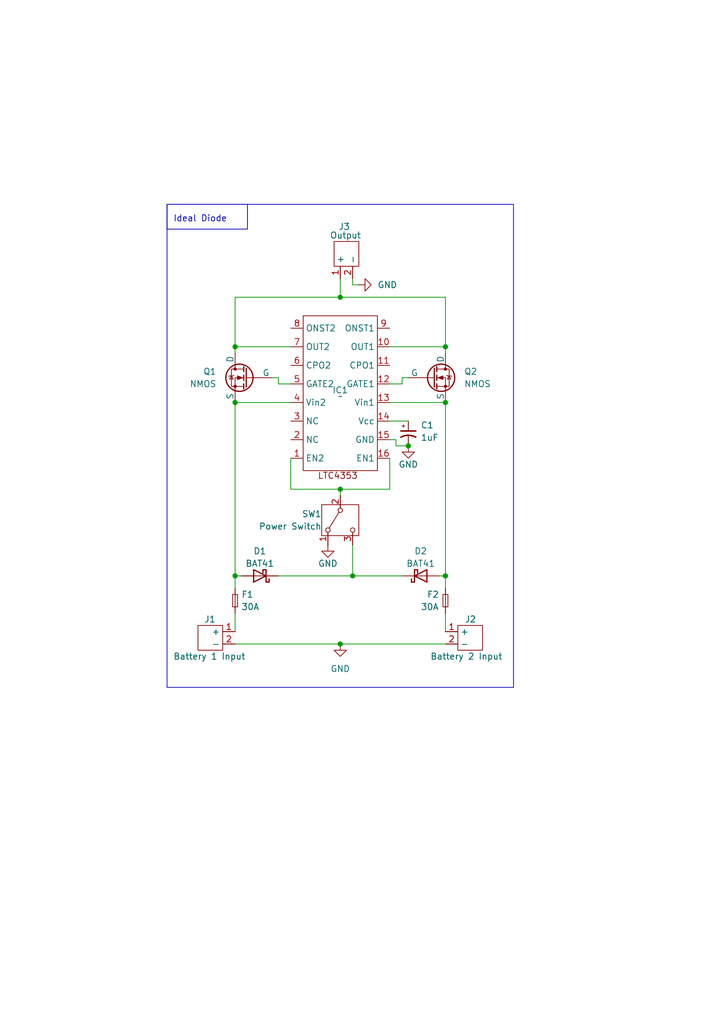
<source format=kicad_sch>
(kicad_sch (version 20231120) (generator "eeschema") (generator_version "8.0")
  (paper "A5" portrait)
  (title_block (title "2023RobocatsIdealDiode") (date "2024-02-28") (rev "V0.1") (company "Robocats"))
  (lib_symbols
    (symbol "2023Symbols:LTC4353"
      (property "Reference" "IC" (at 0 17.78 0))
      (symbol "LTC4353_0_1"
        (rectangle (start -7.62 16.51) (end 7.62 -15.24))
      )
      (symbol "LTC4353_1_1"
        (text "LTC4353" (at -0.508 -16.256 0) (effects (font (size 1.27 1.27))))
        (pin input line (at -10.16 -12.7 0) (length 2.54) (name "EN2") (number "1"))
        (pin input line (at 10.16 10.16 180) (length 2.54) (name "OUT1") (number "10"))
        (pin input line (at 10.16 6.35 180) (length 2.54) (name "CPO1") (number "11"))
        (pin output line (at 10.16 2.54 180) (length 2.54) (name "GATE1") (number "12"))
        (pin input line (at 10.16 -1.27 180) (length 2.54) (name "Vin1") (number "13"))
        (pin input line (at 10.16 -5.08 180) (length 2.54) (name "Vcc") (number "14"))
        (pin input line (at 10.16 -8.89 180) (length 2.54) (name "GND") (number "15"))
        (pin input line (at 10.16 -12.7 180) (length 2.54) (name "EN1") (number "16"))
        (pin input line (at -10.16 -8.89 0) (length 2.54) (name "NC") (number "2"))
        (pin input line (at -10.16 -5.08 0) (length 2.54) (name "NC") (number "3"))
        (pin input line (at -10.16 -1.27 0) (length 2.54) (name "Vin2") (number "4"))
        (pin output line (at -10.16 2.54 0) (length 2.54) (name "GATE2") (number "5"))
        (pin input line (at -10.16 6.35 0) (length 2.54) (name "CPO2") (number "6"))
        (pin output line (at -10.16 10.16 0) (length 2.54) (name "OUT2") (number "7"))
        (pin input line (at -10.16 13.97 0) (length 2.54) (name "ONST2") (number "8"))
        (pin input line (at 10.16 13.97 180) (length 2.54) (name "ONST1") (number "9"))
      )
    )
    (symbol "2023Symbols:XT90PW-M"
      (property "Reference" "J" (at 0 7.62 0))
      (property "Value" "XT90PW-M" (at 0 5.08 0))
      (symbol "XT90PW-M_0_1"
        (rectangle (start -2.54 3.81) (end 2.54 -1.27))
      )
      (symbol "XT90PW-M_1_1"
        (pin power_in line (at 5.08 2.54 180) (length 2.54) (name "+") (number "1"))
        (pin power_in line (at 5.08 0 180) (length 2.54) (name "-") (number "2"))
      )
    )
    (symbol "Device:C_Polarized_Small_US" (pin_numbers hide) (pin_names (offset 0.254) hide)
      (property "Reference" "C" (at 0.254 1.778 0))
      (property "Value" "C_Polarized_Small_US" (at 0.254 -2.032 0))
      (symbol "C_Polarized_Small_US_0_1"
        (polyline (pts (xy -1.524 0.508) (xy 1.524 0.508)) (stroke (width 0.3048)))
        (polyline (pts (xy -1.27 1.524) (xy -0.762 1.524)))
        (polyline (pts (xy -1.016 1.27) (xy -1.016 1.778)))
        (arc (start 1.524 -0.762) (mid 0 -0.3734) (end -1.524 -0.762) (stroke (width 0.3048)))
      )
      (symbol "C_Polarized_Small_US_1_1"
        (pin passive line (at 0 2.54 270) (length 2.032) (name "~") (number "1"))
        (pin passive line (at 0 -2.54 90) (length 2.032) (name "~") (number "2"))
      )
    )
    (symbol "Device:D_Schottky" (pin_numbers hide) (pin_names (offset 1.016) hide)
      (property "Reference" "D" (at 0 2.54 0))
      (property "Value" "D_Schottky" (at 0 -2.54 0))
      (symbol "D_Schottky_0_1"
        (polyline (pts (xy 1.27 0) (xy -1.27 0)))
        (polyline (pts (xy 1.27 1.27) (xy 1.27 -1.27) (xy -1.27 0) (xy 1.27 1.27)) (stroke (width 0.254)))
        (polyline (pts (xy -1.905 0.635) (xy -1.905 1.27) (xy -1.27 1.27) (xy -1.27 -1.27) (xy -0.635 -1.27) (xy -0.635 -0.635)) (stroke (width 0.254)))
      )
      (symbol "D_Schottky_1_1"
        (pin passive line (at -3.81 0 0) (length 2.54) (name "K") (number "1"))
        (pin passive line (at 3.81 0 180) (length 2.54) (name "A") (number "2"))
      )
    )
    (symbol "Device:Fuse_Small" (pin_numbers hide) (pin_names (offset 0.254) hide)
      (property "Reference" "F" (at 0 -1.524 0))
      (property "Value" "Fuse_Small" (at 0 1.524 0))
      (symbol "Fuse_Small_0_1"
        (rectangle (start -1.27 0.508) (end 1.27 -0.508))
        (polyline (pts (xy -1.27 0) (xy 1.27 0)))
      )
      (symbol "Fuse_Small_1_1"
        (pin passive line (at -2.54 0 0) (length 1.27) (name "~") (number "1"))
        (pin passive line (at 2.54 0 180) (length 1.27) (name "~") (number "2"))
      )
    )
    (symbol "Simulation_SPICE:NMOS" (pin_numbers hide) (pin_names (offset 0))
      (property "Reference" "Q" (at 5.08 1.27 0))
      (property "Value" "NMOS" (at 5.08 -1.27 0))
      (symbol "NMOS_0_1"
        (polyline (pts (xy 0.254 0) (xy -2.54 0)))
        (polyline (pts (xy 0.254 1.905) (xy 0.254 -1.905)) (stroke (width 0.254)))
        (polyline (pts (xy 0.762 -1.27) (xy 0.762 -2.286)) (stroke (width 0.254)))
        (polyline (pts (xy 0.762 0.508) (xy 0.762 -0.508)) (stroke (width 0.254)))
        (polyline (pts (xy 0.762 2.286) (xy 0.762 1.27)) (stroke (width 0.254)))
        (polyline (pts (xy 2.54 2.54) (xy 2.54 1.778)))
        (polyline (pts (xy 2.54 -2.54) (xy 2.54 0) (xy 0.762 0)))
        (polyline (pts (xy 0.762 -1.778) (xy 3.302 -1.778) (xy 3.302 1.778) (xy 0.762 1.778)))
        (polyline (pts (xy 1.016 0) (xy 2.032 0.381) (xy 2.032 -0.381) (xy 1.016 0)) (fill (type outline)))
        (polyline (pts (xy 2.794 0.508) (xy 2.921 0.381) (xy 3.683 0.381) (xy 3.81 0.254)))
        (polyline (pts (xy 3.302 0.381) (xy 2.921 -0.254) (xy 3.683 -0.254) (xy 3.302 0.381)))
        (circle (center 1.651 0) (radius 2.794) (stroke (width 0.254)))
        (circle (center 2.54 -1.778) (radius 0.254) (fill (type outline)))
        (circle (center 2.54 1.778) (radius 0.254) (fill (type outline)))
      )
      (symbol "NMOS_1_1"
        (pin passive line (at 2.54 5.08 270) (length 2.54) (name "D") (number "1"))
        (pin input line (at -5.08 0 0) (length 2.54) (name "G") (number "2"))
        (pin passive line (at 2.54 -5.08 90) (length 2.54) (name "S") (number "3"))
      )
    )
    (symbol "Switch:SW_SPDT" (pin_names (offset 0) hide)
      (property "Reference" "SW1" (at -1.27 3.81 90))
      (property "Value" "Power Switch" (at 1.27 3.81 90))
      (symbol "SW_SPDT_0_1"
        (circle (center -2.032 0) (radius 0.4572))
        (polyline (pts (xy -1.651 0.254) (xy 1.651 2.286)))
        (circle (center 2.032 -2.54) (radius 0.4572))
        (circle (center 2.032 2.54) (radius 0.4572))
      )
      (symbol "SW_SPDT_1_1"
        (rectangle (start -3.175 3.81) (end 3.175 -3.81))
        (pin passive line (at 5.08 2.54 180) (length 2.54) (name "A") (number "1"))
        (pin passive line (at -5.08 0 0) (length 2.54) (name "B") (number "2"))
        (pin passive line (at 5.08 -2.54 180) (length 2.54) (name "C") (number "3"))
      )
    )
    (symbol "power:GND" (power) (pin_numbers hide) (pin_names (offset 0) hide)
      (property "Value" "GND" (at 0 -3.81 0))
      (symbol "GND_0_1"
        (polyline (pts (xy 0 0) (xy 0 -1.27) (xy 1.27 -1.27) (xy 0 -2.54) (xy -1.27 -1.27) (xy 0 -1.27)))
      )
      (symbol "GND_1_1"
        (pin power_in line (at 0 0 270) (length 0) (name "~") (number "1"))
      )
    )
  )
  (junction (at 91.44 71.12))
  (junction (at 91.44 118.11))
  (junction (at 48.26 71.12))
  (junction (at 83.82 91.44))
  (junction (at 48.26 82.55))
  (junction (at 48.26 118.11))
  (junction (at 69.85 60.96))
  (junction (at 69.85 100.33))
  (junction (at 69.85 132.08))
  (junction (at 91.44 82.55))
  (junction (at 72.39 118.11))
  (wire (pts (xy 69.85 100.33) (xy 80.01 100.33)))
  (wire (pts (xy 83.82 77.47) (xy 82.55 77.47)))
  (wire (pts (xy 57.15 77.47) (xy 57.15 78.74)))
  (wire (pts (xy 91.44 71.12) (xy 91.44 72.39)))
  (wire (pts (xy 81.28 91.44) (xy 83.82 91.44)))
  (wire (pts (xy 57.15 78.74) (xy 59.69 78.74)))
  (wire (pts (xy 48.26 60.96) (xy 69.85 60.96)))
  (wire (pts (xy 72.39 57.15) (xy 72.39 58.42)))
  (wire (pts (xy 48.26 132.08) (xy 69.85 132.08)))
  (wire (pts (xy 48.26 118.11) (xy 49.53 118.11)))
  (wire (pts (xy 59.69 100.33) (xy 69.85 100.33)))
  (wire (pts (xy 48.26 82.55) (xy 48.26 118.11)))
  (wire (pts (xy 81.28 90.17) (xy 81.28 91.44)))
  (wire (pts (xy 72.39 111.76) (xy 72.39 118.11)))
  (wire (pts (xy 80.01 82.55) (xy 91.44 82.55)))
  (wire (pts (xy 72.39 118.11) (xy 82.55 118.11)))
  (wire (pts (xy 57.15 118.11) (xy 72.39 118.11)))
  (wire (pts (xy 80.01 93.98) (xy 80.01 100.33)))
  (wire (pts (xy 91.44 129.54) (xy 91.44 125.73)))
  (wire (pts (xy 59.69 93.98) (xy 59.69 100.33)))
  (wire (pts (xy 90.17 118.11) (xy 91.44 118.11)))
  (wire (pts (xy 69.85 57.15) (xy 69.85 60.96)))
  (wire (pts (xy 80.01 90.17) (xy 81.28 90.17)))
  (wire (pts (xy 55.88 77.47) (xy 57.15 77.47)))
  (wire (pts (xy 69.85 132.08) (xy 91.44 132.08)))
  (wire (pts (xy 80.01 78.74) (xy 82.55 78.74)))
  (wire (pts (xy 91.44 82.55) (xy 91.44 118.11)))
  (wire (pts (xy 48.26 60.96) (xy 48.26 71.12)))
  (wire (pts (xy 48.26 71.12) (xy 59.69 71.12)))
  (wire (pts (xy 91.44 118.11) (xy 91.44 120.65)))
  (wire (pts (xy 80.01 71.12) (xy 91.44 71.12)))
  (wire (pts (xy 82.55 77.47) (xy 82.55 78.74)))
  (wire (pts (xy 48.26 118.11) (xy 48.26 120.65)))
  (wire (pts (xy 80.01 86.36) (xy 83.82 86.36)))
  (wire (pts (xy 72.39 58.42) (xy 73.66 58.42)))
  (wire (pts (xy 69.85 60.96) (xy 91.44 60.96)))
  (wire (pts (xy 48.26 129.54) (xy 48.26 125.73)))
  (wire (pts (xy 69.85 100.33) (xy 69.85 101.6)))
  (wire (pts (xy 91.44 60.96) (xy 91.44 71.12)))
  (wire (pts (xy 48.26 71.12) (xy 48.26 72.39)))
  (wire (pts (xy 48.26 82.55) (xy 59.69 82.55)))
  (rectangle (start 34.29 41.91) (end 50.8 46.99))
  (rectangle (start 34.29 41.91) (end 105.41 140.97))
  (text "Ideal Diode " (at 35.56 45.72 0) (effects (font (size 1.27 1.27)) (justify left bottom)))
  (symbol (lib_id "Switch:SW_SPDT") (at 69.85 106.68 90) (mirror x) (unit 1)
    (property "Reference" "SW1" (at 66.04 105.41 90) (effects (justify left)))
    (property "Value" "Power Switch" (at 66.04 107.95 90) (effects (justify left)))
    (property "Footprint" "2023Footprints:MR30PW-M" (effects (hide yes)))
    (property "Description" "Switch, single pole double throw" (effects (hide yes)))
  )
  (symbol (lib_id "2023Symbols:LTC4353") (at 69.85 81.28 0) (unit 1)
    (property "Reference" "IC1" (at 69.85 80.01 0))
    (property "Value" "~" (at 69.85 81.28 0))
    (property "Footprint" "Package_SO:MSOP-16_3x4mm_P0.5mm" (effects (hide yes)))
  )
  (symbol (lib_id "Device:D_Schottky") (at 53.34 118.11 180) (unit 1)
    (property "Reference" "D1" (at 53.34 113.03 0))
    (property "Value" "BAT41" (at 53.34 115.57 0))
    (property "Footprint" "Diode_SMD:D_0805_2012Metric" (effects (hide yes)))
    (property "Description" "Schottky diode" (effects (hide yes)))
  )
  (symbol (lib_id "Device:D_Schottky") (at 86.36 118.11 0) (mirror x) (unit 1)
    (property "Reference" "D2" (at 86.36 113.03 0))
    (property "Value" "BAT41" (at 86.36 115.57 0))
    (property "Footprint" "Diode_SMD:D_0805_2012Metric" (effects (hide yes)))
    (property "Description" "Schottky diode" (effects (hide yes)))
  )
  (symbol (lib_id "power:GND") (at 73.66 58.42 90) (unit 1)
    (property "Reference" "#PWR01" (effects (hide yes)))
    (property "Value" "GND" (at 77.47 58.4199 90) (effects (justify right)))
    (property "Description" "Power symbol creates a global label with name \"GND\" , ground" (effects (hide yes)))
  )
  (symbol (lib_id "power:GND") (at 83.82 91.44 0) (unit 1)
    (property "Reference" "#PWR03" (effects (hide yes)))
    (property "Value" "GND" (at 83.82 95.25 0))
    (property "Description" "Power symbol creates a global label with name \"GND\" , ground" (effects (hide yes)))
  )
  (symbol (lib_id "Device:Fuse_Small") (at 91.44 123.19 270) (unit 1)
    (property "Reference" "F2" (at 87.63 121.92 90) (effects (justify left)))
    (property "Value" "30A" (at 86.36 124.46 90) (effects (justify left)))
    (property "Footprint" "2023Footprints:3557-15" (effects (hide yes)))
    (property "Description" "Fuse, small symbol" (effects (hide yes)))
  )
  (symbol (lib_id "power:GND") (at 69.85 132.08 0) (unit 1)
    (property "Reference" "#PWR04" (effects (hide yes)))
    (property "Value" "GND" (at 69.85 137.16 0))
    (property "Description" "Power symbol creates a global label with name \"GND\" , ground" (effects (hide yes)))
  )
  (symbol (lib_id "2023Symbols:XT90PW-M") (at 96.52 132.08 0) (mirror y) (unit 1)
    (property "Reference" "J2" (at 97.79 127 0) (effects (justify left)))
    (property "Value" "Battery 2 Input " (at 104.14 134.62 0) (effects (justify left)))
    (property "Footprint" "2023Footprints:XT90PW-M" (effects (hide yes)))
  )
  (symbol (lib_id "power:GND") (at 67.31 111.76 0) (unit 1)
    (property "Reference" "#PWR09" (effects (hide yes)))
    (property "Value" "GND" (at 67.31 115.57 0))
    (property "Description" "Power symbol creates a global label with name \"GND\" , ground" (effects (hide yes)))
  )
  (symbol (lib_id "Simulation_SPICE:NMOS") (at 50.8 77.47 0) (mirror y) (unit 1)
    (property "Reference" "Q1" (at 44.45 76.2 0) (effects (justify left)))
    (property "Value" "NMOS" (at 44.45 78.74 0) (effects (justify left)))
    (property "Footprint" "Package_TO_SOT_SMD:TO-263-2" (effects (hide yes)))
    (property "Datasheet" "https://ngspice.sourceforge.io/docs/ngspice-html-manual/manual.xhtml#cha_MOSFETs" (effects (hide yes)))
    (property "Description" "N-MOSFET transistor, drain/source/gate" (effects (hide yes)))
    (property "Sim.Device" "NMOS" (effects (hide yes)))
    (property "Sim.Type" "VDMOS" (effects (hide yes)))
    (property "Sim.Pins" "1=D 2=G 3=S" (effects (hide yes)))
  )
  (symbol (lib_id "Simulation_SPICE:NMOS") (at 88.9 77.47 0) (unit 1)
    (property "Reference" "Q2" (at 95.25 76.2 0) (effects (justify left)))
    (property "Value" "NMOS" (at 95.25 78.74 0) (effects (justify left)))
    (property "Footprint" "Package_TO_SOT_SMD:TO-263-2" (effects (hide yes)))
    (property "Datasheet" "https://ngspice.sourceforge.io/docs/ngspice-html-manual/manual.xhtml#cha_MOSFETs" (effects (hide yes)))
    (property "Description" "N-MOSFET transistor, drain/source/gate" (effects (hide yes)))
    (property "Sim.Device" "NMOS" (effects (hide yes)))
    (property "Sim.Type" "VDMOS" (effects (hide yes)))
    (property "Sim.Pins" "1=D 2=G 3=S" (effects (hide yes)))
  )
  (symbol (lib_id "Device:C_Polarized_Small_US") (at 83.82 88.9 0) (unit 1)
    (property "Reference" "C1" (at 86.36 87.1982 0) (effects (justify left)))
    (property "Value" "1uF" (at 86.36 89.7382 0) (effects (justify left)))
    (property "Footprint" "Capacitor_SMD:C_0805_2012Metric" (effects (hide yes)))
    (property "Description" "Polarized capacitor, small US symbol" (effects (hide yes)))
  )
  (symbol (lib_id "2023Symbols:XT90PW-M") (at 43.18 132.08 0) (unit 1)
    (property "Reference" "J1" (at 41.91 127 0) (effects (justify left)))
    (property "Value" "Battery 1 Input" (at 35.56 134.62 0) (effects (justify left)))
    (property "Footprint" "2023Footprints:XT90PW-M" (effects (hide yes)))
  )
  (symbol (lib_id "2023Symbols:XT90PW-M") (at 72.39 52.07 90) (mirror x) (unit 1)
    (property "Reference" "J3" (at 71.882 46.482 90) (effects (justify left)))
    (property "Value" "Output" (at 74.168 48.26 90) (effects (justify left)))
    (property "Footprint" "2023Footprints:XT90PW-F" (effects (hide yes)))
  )
  (symbol (lib_id "Device:Fuse_Small") (at 48.26 123.19 270) (unit 1)
    (property "Reference" "F1" (at 49.53 121.9199 90) (effects (justify left)))
    (property "Value" "30A" (at 49.53 124.4599 90) (effects (justify left)))
    (property "Footprint" "2023Footprints:3557-15" (effects (hide yes)))
    (property "Description" "Fuse, small symbol" (effects (hide yes)))
  )
)
</source>
